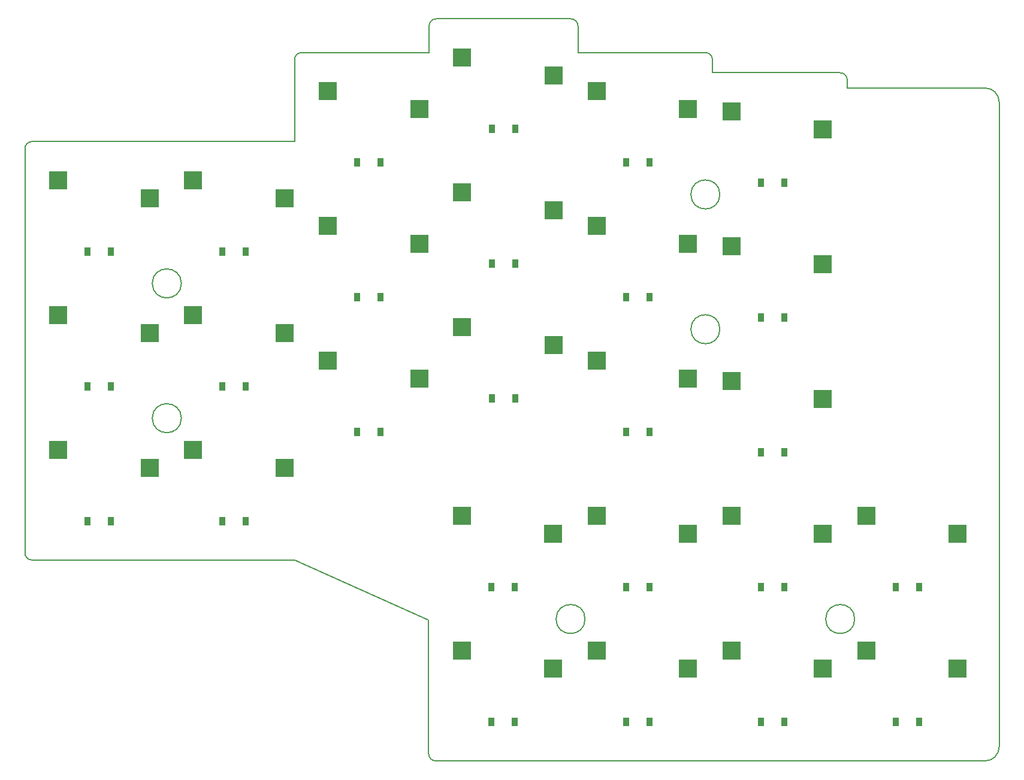
<source format=gbr>
G04 #@! TF.GenerationSoftware,KiCad,Pcbnew,5.1.5+dfsg1-2build2*
G04 #@! TF.CreationDate,2022-10-22T21:51:20+00:00*
G04 #@! TF.ProjectId,board,626f6172-642e-46b6-9963-61645f706362,v1.0.0*
G04 #@! TF.SameCoordinates,Original*
G04 #@! TF.FileFunction,Paste,Top*
G04 #@! TF.FilePolarity,Positive*
%FSLAX46Y46*%
G04 Gerber Fmt 4.6, Leading zero omitted, Abs format (unit mm)*
G04 Created by KiCad (PCBNEW 5.1.5+dfsg1-2build2) date 2022-10-22 21:51:20*
%MOMM*%
%LPD*%
G04 APERTURE LIST*
G04 #@! TA.AperFunction,Profile*
%ADD10C,0.150000*%
G04 #@! TD*
%ADD11R,2.550000X2.500000*%
%ADD12R,0.900000X1.200000*%
G04 APERTURE END LIST*
D10*
X9525000Y-10525000D02*
X46625000Y-10525000D01*
X8525000Y-9525000D02*
X8525000Y47625000D01*
X9525000Y-10525000D02*
G75*
G02X8525000Y-9525000I0J1000000D01*
G01*
X9525000Y48625000D02*
X46625000Y48625000D01*
X8525000Y47625000D02*
G75*
G02X9525000Y48625000I1000000J0D01*
G01*
X65625000Y61198000D02*
X47625000Y61198000D01*
X46625000Y60198000D02*
G75*
G02X47625000Y61198000I1000000J0D01*
G01*
X46625000Y60198000D02*
X46625000Y48625000D01*
X86675000Y61198000D02*
X86675000Y64960500D01*
X85675000Y65960500D02*
G75*
G02X86675000Y64960500I0J-1000000D01*
G01*
X85675000Y65960500D02*
X66625000Y65960500D01*
X65625000Y64960500D02*
G75*
G02X66625000Y65960500I1000000J0D01*
G01*
X65625000Y64960500D02*
X65625000Y61198000D01*
X105675000Y58340500D02*
X105675000Y60198000D01*
X104675000Y61198000D02*
G75*
G02X105675000Y60198000I0J-1000000D01*
G01*
X104675000Y61198000D02*
X86675000Y61198000D01*
X124725000Y56190500D02*
X124725000Y57340500D01*
X123725000Y58340500D02*
G75*
G02X124725000Y57340500I0J-1000000D01*
G01*
X123725000Y58340500D02*
X105675000Y58340500D01*
X65575000Y-37909500D02*
X65575000Y-18968378D01*
X66575000Y-38909500D02*
X144200000Y-38909500D01*
X66575000Y-38909500D02*
G75*
G02X65575000Y-37909500I0J1000000D01*
G01*
X65575000Y-18968378D02*
X46625000Y-10525000D01*
X146200000Y-36909500D02*
G75*
G02X144200000Y-38909500I-2000000J0D01*
G01*
X146200000Y-36909500D02*
X146200000Y54190500D01*
X144200000Y56190500D02*
G75*
G02X146200000Y54190500I0J-2000000D01*
G01*
X144200000Y56190500D02*
X124725000Y56190500D01*
X30625000Y28575000D02*
G75*
G03X30625000Y28575000I-2050000J0D01*
G01*
X30625000Y9525000D02*
G75*
G03X30625000Y9525000I-2050000J0D01*
G01*
X106725000Y41148000D02*
G75*
G03X106725000Y41148000I-2050000J0D01*
G01*
X106725000Y22098000D02*
G75*
G03X106725000Y22098000I-2050000J0D01*
G01*
X125775000Y-18859500D02*
G75*
G03X125775000Y-18859500I-2050000J0D01*
G01*
X87675000Y-18859500D02*
G75*
G03X87675000Y-18859500I-2050000J0D01*
G01*
D11*
G04 #@! TO.C,S1*
X26135000Y2540000D03*
X13208000Y5080000D03*
G04 #@! TD*
D12*
G04 #@! TO.C,D1*
X17400000Y-5000000D03*
X20700000Y-5000000D03*
G04 #@! TD*
D11*
G04 #@! TO.C,S2*
X26135000Y21590000D03*
X13208000Y24130000D03*
G04 #@! TD*
D12*
G04 #@! TO.C,D2*
X17400000Y14050000D03*
X20700000Y14050000D03*
G04 #@! TD*
D11*
G04 #@! TO.C,S3*
X26135000Y40640000D03*
X13208000Y43180000D03*
G04 #@! TD*
D12*
G04 #@! TO.C,D3*
X17400000Y33100000D03*
X20700000Y33100000D03*
G04 #@! TD*
D11*
G04 #@! TO.C,S4*
X45185000Y2540000D03*
X32258000Y5080000D03*
G04 #@! TD*
D12*
G04 #@! TO.C,D4*
X36450000Y-5000000D03*
X39750000Y-5000000D03*
G04 #@! TD*
D11*
G04 #@! TO.C,S5*
X45185000Y21590000D03*
X32258000Y24130000D03*
G04 #@! TD*
D12*
G04 #@! TO.C,D5*
X36450000Y14050000D03*
X39750000Y14050000D03*
G04 #@! TD*
D11*
G04 #@! TO.C,S6*
X45185000Y40640000D03*
X32258000Y43180000D03*
G04 #@! TD*
D12*
G04 #@! TO.C,D6*
X36450000Y33100000D03*
X39750000Y33100000D03*
G04 #@! TD*
D11*
G04 #@! TO.C,S7*
X64235000Y15113000D03*
X51308000Y17653000D03*
G04 #@! TD*
D12*
G04 #@! TO.C,D7*
X55500000Y7573000D03*
X58800000Y7573000D03*
G04 #@! TD*
D11*
G04 #@! TO.C,S8*
X64235000Y34163000D03*
X51308000Y36703000D03*
G04 #@! TD*
D12*
G04 #@! TO.C,D8*
X55500000Y26623000D03*
X58800000Y26623000D03*
G04 #@! TD*
D11*
G04 #@! TO.C,S9*
X64235000Y53213000D03*
X51308000Y55753000D03*
G04 #@! TD*
D12*
G04 #@! TO.C,D9*
X55500000Y45673000D03*
X58800000Y45673000D03*
G04 #@! TD*
D11*
G04 #@! TO.C,S10*
X83235000Y19875500D03*
X70308000Y22415500D03*
G04 #@! TD*
D12*
G04 #@! TO.C,D10*
X74500000Y12335500D03*
X77800000Y12335500D03*
G04 #@! TD*
D11*
G04 #@! TO.C,S11*
X83235000Y38925500D03*
X70308000Y41465500D03*
G04 #@! TD*
D12*
G04 #@! TO.C,D11*
X74500000Y31385500D03*
X77800000Y31385500D03*
G04 #@! TD*
D11*
G04 #@! TO.C,S12*
X83235000Y57975500D03*
X70308000Y60515500D03*
G04 #@! TD*
D12*
G04 #@! TO.C,D12*
X74500000Y50435500D03*
X77800000Y50435500D03*
G04 #@! TD*
D11*
G04 #@! TO.C,S13*
X102235000Y15113000D03*
X89308000Y17653000D03*
G04 #@! TD*
D12*
G04 #@! TO.C,D13*
X93500000Y7573000D03*
X96800000Y7573000D03*
G04 #@! TD*
D11*
G04 #@! TO.C,S14*
X102235000Y34163000D03*
X89308000Y36703000D03*
G04 #@! TD*
D12*
G04 #@! TO.C,D14*
X93500000Y26623000D03*
X96800000Y26623000D03*
G04 #@! TD*
D11*
G04 #@! TO.C,S15*
X102235000Y53213000D03*
X89308000Y55753000D03*
G04 #@! TD*
D12*
G04 #@! TO.C,D15*
X93500000Y45673000D03*
X96800000Y45673000D03*
G04 #@! TD*
D11*
G04 #@! TO.C,S16*
X121285000Y12255500D03*
X108358000Y14795500D03*
G04 #@! TD*
D12*
G04 #@! TO.C,D16*
X112550000Y4715500D03*
X115850000Y4715500D03*
G04 #@! TD*
D11*
G04 #@! TO.C,S17*
X121285000Y31305500D03*
X108358000Y33845500D03*
G04 #@! TD*
D12*
G04 #@! TO.C,D17*
X112550000Y23765500D03*
X115850000Y23765500D03*
G04 #@! TD*
D11*
G04 #@! TO.C,S18*
X121285000Y50355500D03*
X108358000Y52895500D03*
G04 #@! TD*
D12*
G04 #@! TO.C,D18*
X112550000Y42815500D03*
X115850000Y42815500D03*
G04 #@! TD*
D11*
G04 #@! TO.C,S19*
X83185000Y-6794500D03*
X70258000Y-4254500D03*
G04 #@! TD*
D12*
G04 #@! TO.C,D19*
X74450000Y-14334500D03*
X77750000Y-14334500D03*
G04 #@! TD*
D11*
G04 #@! TO.C,S20*
X83185000Y-25844500D03*
X70258000Y-23304500D03*
G04 #@! TD*
D12*
G04 #@! TO.C,D20*
X74450000Y-33384500D03*
X77750000Y-33384500D03*
G04 #@! TD*
D11*
G04 #@! TO.C,S21*
X102235000Y-6794500D03*
X89308000Y-4254500D03*
G04 #@! TD*
D12*
G04 #@! TO.C,D21*
X93500000Y-14334500D03*
X96800000Y-14334500D03*
G04 #@! TD*
D11*
G04 #@! TO.C,S22*
X102235000Y-25844500D03*
X89308000Y-23304500D03*
G04 #@! TD*
D12*
G04 #@! TO.C,D22*
X93500000Y-33384500D03*
X96800000Y-33384500D03*
G04 #@! TD*
D11*
G04 #@! TO.C,S23*
X121285000Y-6794500D03*
X108358000Y-4254500D03*
G04 #@! TD*
D12*
G04 #@! TO.C,D23*
X112550000Y-14334500D03*
X115850000Y-14334500D03*
G04 #@! TD*
D11*
G04 #@! TO.C,S24*
X121285000Y-25844500D03*
X108358000Y-23304500D03*
G04 #@! TD*
D12*
G04 #@! TO.C,D24*
X112550000Y-33384500D03*
X115850000Y-33384500D03*
G04 #@! TD*
D11*
G04 #@! TO.C,S25*
X140335000Y-6794500D03*
X127408000Y-4254500D03*
G04 #@! TD*
D12*
G04 #@! TO.C,D25*
X131600000Y-14334500D03*
X134900000Y-14334500D03*
G04 #@! TD*
D11*
G04 #@! TO.C,S26*
X140335000Y-25844500D03*
X127408000Y-23304500D03*
G04 #@! TD*
D12*
G04 #@! TO.C,D26*
X131600000Y-33384500D03*
X134900000Y-33384500D03*
G04 #@! TD*
M02*

</source>
